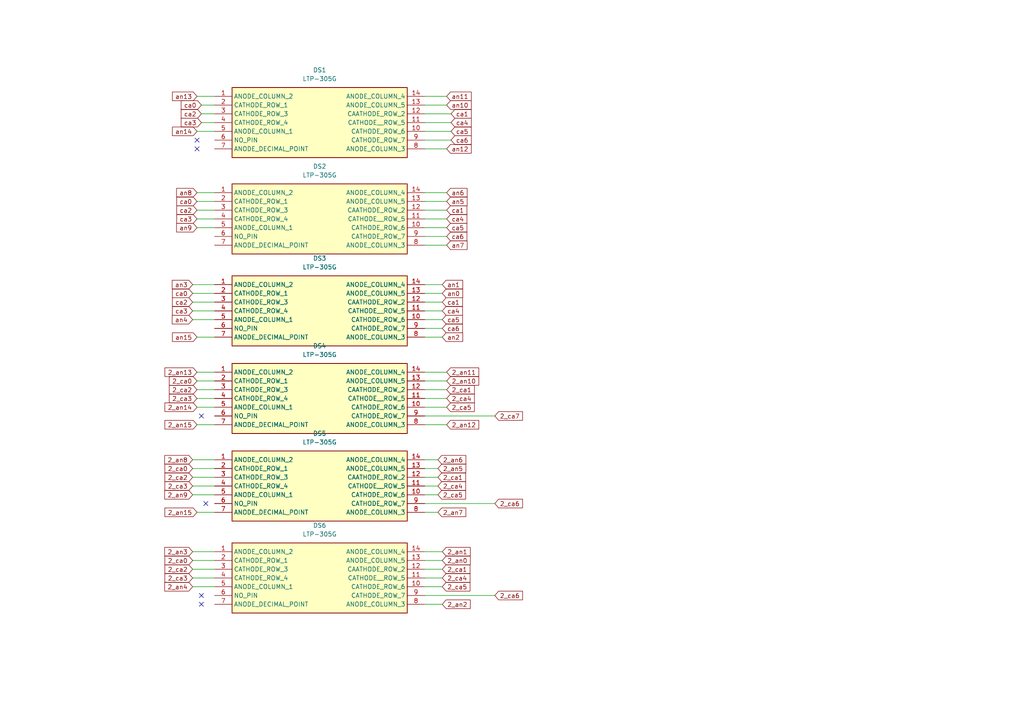
<source format=kicad_sch>
(kicad_sch (version 20230121) (generator eeschema)
  (paper "A4")
  (title_block (title "Pitanga HAT") (date "2023-10-19") (rev "2.1") (company "Andrew Tudoroi"))
  (lib_symbols
    (symbol "LTP-305G:LTP-305G"
      (property "Reference" "DS" (at 57.15 7.62 0))
      (property "Value" "LTP-305G" (at 57.15 5.08 0))
      (symbol "LTP-305G_1_1"
        (rectangle (start 5.08 2.54) (end 55.88 -17.78) (stroke (width 0.254)) (fill (type background)))
        (pin passive line (at 0 0 0) (length 5.08) (name "ANODE_COLUMN_2") (number "1"))
        (pin passive line (at 60.96 -10.16 180) (length 5.08) (name "CATHODE_ROW_6") (number "10"))
        (pin passive line (at 60.96 -7.62 180) (length 5.08) (name "CATHODE__ROW_5") (number "11"))
        (pin passive line (at 60.96 -5.08 180) (length 5.08) (name "CAATHODE_ROW_2") (number "12"))
        (pin passive line (at 60.96 -2.54 180) (length 5.08) (name "ANODE_COLUMN_5") (number "13"))
        (pin passive line (at 60.96 0 180) (length 5.08) (name "ANODE_COLUMN_4") (number "14"))
        (pin passive line (at 0 -2.54 0) (length 5.08) (name "CATHODE_ROW_1") (number "2"))
        (pin passive line (at 0 -5.08 0) (length 5.08) (name "CATHODE_ROW_3") (number "3"))
        (pin passive line (at 0 -7.62 0) (length 5.08) (name "CATHODE_ROW_4") (number "4"))
        (pin passive line (at 0 -10.16 0) (length 5.08) (name "ANODE_COLUMN_1") (number "5"))
        (pin passive line (at 0 -12.7 0) (length 5.08) (name "NO_PIN") (number "6"))
        (pin passive line (at 0 -15.24 0) (length 5.08) (name "ANODE_DECIMAL_POINT") (number "7"))
        (pin passive line (at 60.96 -15.24 180) (length 5.08) (name "ANODE_COLUMN_3") (number "8"))
        (pin passive line (at 60.96 -12.7 180) (length 5.08) (name "CATHODE_ROW_7") (number "9"))
      )
    )
  )
  (no_connect (at 57.15 40.64))
  (no_connect (at 57.15 43.18))
  (no_connect (at 59.69 146.05))
  (no_connect (at 58.42 175.26))
  (no_connect (at 58.42 172.72))
  (no_connect (at 58.42 120.65))
  (wire (pts (xy 123.19 95.25) (xy 128.27 95.25)))
  (wire (pts (xy 57.15 113.03) (xy 62.23 113.03)))
  (wire (pts (xy 123.19 87.63) (xy 128.27 87.63)))
  (wire (pts (xy 55.88 90.17) (xy 62.23 90.17)))
  (wire (pts (xy 55.88 143.51) (xy 62.23 143.51)))
  (wire (pts (xy 55.88 135.89) (xy 62.23 135.89)))
  (wire (pts (xy 123.19 107.95) (xy 129.54 107.95)))
  (wire (pts (xy 57.15 66.04) (xy 62.23 66.04)))
  (wire (pts (xy 123.19 58.42) (xy 129.54 58.42)))
  (wire (pts (xy 57.15 58.42) (xy 62.23 58.42)))
  (wire (pts (xy 123.19 133.35) (xy 127 133.35)))
  (wire (pts (xy 57.15 60.96) (xy 62.23 60.96)))
  (wire (pts (xy 123.19 27.94) (xy 129.54 27.94)))
  (wire (pts (xy 123.19 113.03) (xy 129.54 113.03)))
  (wire (pts (xy 123.19 148.59) (xy 127 148.59)))
  (wire (pts (xy 123.19 71.12) (xy 129.54 71.12)))
  (wire (pts (xy 55.88 92.71) (xy 62.23 92.71)))
  (wire (pts (xy 123.19 55.88) (xy 129.54 55.88)))
  (wire (pts (xy 55.88 140.97) (xy 62.23 140.97)))
  (wire (pts (xy 55.88 133.35) (xy 62.23 133.35)))
  (wire (pts (xy 123.19 143.51) (xy 127 143.51)))
  (wire (pts (xy 55.88 85.09) (xy 62.23 85.09)))
  (wire (pts (xy 123.19 160.02) (xy 128.27 160.02)))
  (wire (pts (xy 123.19 162.56) (xy 128.27 162.56)))
  (wire (pts (xy 123.19 92.71) (xy 128.27 92.71)))
  (wire (pts (xy 123.19 30.48) (xy 129.54 30.48)))
  (wire (pts (xy 123.19 60.96) (xy 129.54 60.96)))
  (wire (pts (xy 123.19 140.97) (xy 127 140.97)))
  (wire (pts (xy 123.19 175.26) (xy 128.27 175.26)))
  (wire (pts (xy 123.19 43.18) (xy 129.54 43.18)))
  (wire (pts (xy 123.19 170.18) (xy 128.27 170.18)))
  (wire (pts (xy 57.15 110.49) (xy 62.23 110.49)))
  (wire (pts (xy 55.88 167.64) (xy 62.23 167.64)))
  (wire (pts (xy 123.19 172.72) (xy 143.51 172.72)))
  (wire (pts (xy 123.19 63.5) (xy 129.54 63.5)))
  (wire (pts (xy 123.19 66.04) (xy 129.54 66.04)))
  (wire (pts (xy 123.19 165.1) (xy 128.27 165.1)))
  (wire (pts (xy 123.19 68.58) (xy 129.54 68.58)))
  (wire (pts (xy 123.19 115.57) (xy 129.54 115.57)))
  (wire (pts (xy 123.19 110.49) (xy 129.54 110.49)))
  (wire (pts (xy 123.19 82.55) (xy 128.27 82.55)))
  (wire (pts (xy 57.15 27.94) (xy 62.23 27.94)))
  (wire (pts (xy 58.42 30.48) (xy 62.23 30.48)))
  (wire (pts (xy 57.15 63.5) (xy 62.23 63.5)))
  (wire (pts (xy 123.19 118.11) (xy 129.54 118.11)))
  (wire (pts (xy 123.19 138.43) (xy 127 138.43)))
  (wire (pts (xy 55.88 87.63) (xy 62.23 87.63)))
  (wire (pts (xy 57.15 55.88) (xy 62.23 55.88)))
  (wire (pts (xy 123.19 85.09) (xy 128.27 85.09)))
  (wire (pts (xy 123.19 35.56) (xy 130.81 35.56)))
  (wire (pts (xy 123.19 40.64) (xy 130.81 40.64)))
  (wire (pts (xy 57.15 107.95) (xy 62.23 107.95)))
  (wire (pts (xy 123.19 97.79) (xy 128.27 97.79)))
  (wire (pts (xy 123.19 120.65) (xy 143.51 120.65)))
  (wire (pts (xy 123.19 38.1) (xy 130.81 38.1)))
  (wire (pts (xy 57.15 115.57) (xy 62.23 115.57)))
  (wire (pts (xy 58.42 33.02) (xy 62.23 33.02)))
  (wire (pts (xy 55.88 165.1) (xy 62.23 165.1)))
  (wire (pts (xy 55.88 160.02) (xy 62.23 160.02)))
  (wire (pts (xy 123.19 90.17) (xy 128.27 90.17)))
  (wire (pts (xy 57.15 123.19) (xy 62.23 123.19)))
  (wire (pts (xy 58.42 35.56) (xy 62.23 35.56)))
  (wire (pts (xy 55.88 138.43) (xy 62.23 138.43)))
  (wire (pts (xy 55.88 170.18) (xy 62.23 170.18)))
  (wire (pts (xy 57.15 148.59) (xy 62.23 148.59)))
  (wire (pts (xy 57.15 118.11) (xy 62.23 118.11)))
  (wire (pts (xy 57.15 38.1) (xy 62.23 38.1)))
  (wire (pts (xy 55.88 162.56) (xy 62.23 162.56)))
  (wire (pts (xy 123.19 135.89) (xy 127 135.89)))
  (wire (pts (xy 57.15 97.79) (xy 62.23 97.79)))
  (wire (pts (xy 123.19 33.02) (xy 130.81 33.02)))
  (wire (pts (xy 123.19 146.05) (xy 143.51 146.05)))
  (wire (pts (xy 123.19 167.64) (xy 128.27 167.64)))
  (wire (pts (xy 55.88 82.55) (xy 62.23 82.55)))
  (wire (pts (xy 123.19 123.19) (xy 129.54 123.19)))
  (global_label "2_ca3" (shape input) (at 57.15 115.57 180) (property "Intersheetrefs" "${INTERSHEET_REFS}" (effects hide)))
  (global_label "2_ca0" (shape input) (at 57.15 110.49 180) (property "Intersheetrefs" "${INTERSHEET_REFS}" (effects hide)))
  (global_label "ca4" (shape input) (at 130.81 35.56 0) (property "Intersheetrefs" "${INTERSHEET_REFS}" (effects hide)))
  (global_label "2_ca0" (shape input) (at 55.88 135.89 180) (property "Intersheetrefs" "${INTERSHEET_REFS}" (effects hide)))
  (global_label "2_an15" (shape input) (at 57.15 148.59 180) (property "Intersheetrefs" "${INTERSHEET_REFS}" (effects hide)))
  (global_label "an11" (shape input) (at 129.54 27.94 0) (property "Intersheetrefs" "${INTERSHEET_REFS}" (effects hide)))
  (global_label "2_ca3" (shape input) (at 55.88 140.97 180) (property "Intersheetrefs" "${INTERSHEET_REFS}" (effects hide)))
  (global_label "2_an2" (shape input) (at 128.27 175.26 0) (property "Intersheetrefs" "${INTERSHEET_REFS}" (effects hide)))
  (global_label "2_ca4" (shape input) (at 129.54 115.57 0) (property "Intersheetrefs" "${INTERSHEET_REFS}" (effects hide)))
  (global_label "2_ca2" (shape input) (at 57.15 113.03 180) (property "Intersheetrefs" "${INTERSHEET_REFS}" (effects hide)))
  (global_label "2_ca6" (shape input) (at 143.51 172.72 0) (property "Intersheetrefs" "${INTERSHEET_REFS}" (effects hide)))
  (global_label "an13" (shape input) (at 57.15 27.94 180) (property "Intersheetrefs" "${INTERSHEET_REFS}" (effects hide)))
  (global_label "2_an12" (shape input) (at 129.54 123.19 0) (property "Intersheetrefs" "${INTERSHEET_REFS}" (effects hide)))
  (global_label "ca2" (shape input) (at 57.15 60.96 180) (property "Intersheetrefs" "${INTERSHEET_REFS}" (effects hide)))
  (global_label "ca0" (shape input) (at 57.15 58.42 180) (property "Intersheetrefs" "${INTERSHEET_REFS}" (effects hide)))
  (global_label "an8" (shape input) (at 57.15 55.88 180) (property "Intersheetrefs" "${INTERSHEET_REFS}" (effects hide)))
  (global_label "2_ca1" (shape input) (at 129.54 113.03 0) (property "Intersheetrefs" "${INTERSHEET_REFS}" (effects hide)))
  (global_label "ca6" (shape input) (at 129.54 68.58 0) (property "Intersheetrefs" "${INTERSHEET_REFS}" (effects hide)))
  (global_label "2_an7" (shape input) (at 127 148.59 0) (property "Intersheetrefs" "${INTERSHEET_REFS}" (effects hide)))
  (global_label "ca4" (shape input) (at 128.27 90.17 0) (property "Intersheetrefs" "${INTERSHEET_REFS}" (effects hide)))
  (global_label "an12" (shape input) (at 129.54 43.18 0) (property "Intersheetrefs" "${INTERSHEET_REFS}" (effects hide)))
  (global_label "an3" (shape input) (at 55.88 82.55 180) (property "Intersheetrefs" "${INTERSHEET_REFS}" (effects hide)))
  (global_label "an2" (shape input) (at 128.27 97.79 0) (property "Intersheetrefs" "${INTERSHEET_REFS}" (effects hide)))
  (global_label "2_ca5" (shape input) (at 129.54 118.11 0) (property "Intersheetrefs" "${INTERSHEET_REFS}" (effects hide)))
  (global_label "ca5" (shape input) (at 128.27 92.71 0) (property "Intersheetrefs" "${INTERSHEET_REFS}" (effects hide)))
  (global_label "ca4" (shape input) (at 129.54 63.5 0) (property "Intersheetrefs" "${INTERSHEET_REFS}" (effects hide)))
  (global_label "2_ca4" (shape input) (at 127 140.97 0) (property "Intersheetrefs" "${INTERSHEET_REFS}" (effects hide)))
  (global_label "an4" (shape input) (at 55.88 92.71 180) (property "Intersheetrefs" "${INTERSHEET_REFS}" (effects hide)))
  (global_label "2_ca5" (shape input) (at 128.27 170.18 0) (property "Intersheetrefs" "${INTERSHEET_REFS}" (effects hide)))
  (global_label "ca3" (shape input) (at 55.88 90.17 180) (property "Intersheetrefs" "${INTERSHEET_REFS}" (effects hide)))
  (global_label "an1" (shape input) (at 128.27 82.55 0) (property "Intersheetrefs" "${INTERSHEET_REFS}" (effects hide)))
  (global_label "an7" (shape input) (at 129.54 71.12 0) (property "Intersheetrefs" "${INTERSHEET_REFS}" (effects hide)))
  (global_label "2_an13" (shape input) (at 57.15 107.95 180) (property "Intersheetrefs" "${INTERSHEET_REFS}" (effects hide)))
  (global_label "an5" (shape input) (at 129.54 58.42 0) (property "Intersheetrefs" "${INTERSHEET_REFS}" (effects hide)))
  (global_label "2_ca4" (shape input) (at 128.27 167.64 0) (property "Intersheetrefs" "${INTERSHEET_REFS}" (effects hide)))
  (global_label "2_an8" (shape input) (at 55.88 133.35 180) (property "Intersheetrefs" "${INTERSHEET_REFS}" (effects hide)))
  (global_label "2_ca7" (shape input) (at 143.51 120.65 0) (property "Intersheetrefs" "${INTERSHEET_REFS}" (effects hide)))
  (global_label "ca1" (shape input) (at 129.54 60.96 0) (property "Intersheetrefs" "${INTERSHEET_REFS}" (effects hide)))
  (global_label "2_ca3" (shape input) (at 55.88 167.64 180) (property "Intersheetrefs" "${INTERSHEET_REFS}" (effects hide)))
  (global_label "ca6" (shape input) (at 128.27 95.25 0) (property "Intersheetrefs" "${INTERSHEET_REFS}" (effects hide)))
  (global_label "2_ca0" (shape input) (at 55.88 162.56 180) (property "Intersheetrefs" "${INTERSHEET_REFS}" (effects hide)))
  (global_label "2_an10" (shape input) (at 129.54 110.49 0) (property "Intersheetrefs" "${INTERSHEET_REFS}" (effects hide)))
  (global_label "2_an15" (shape input) (at 57.15 123.19 180) (property "Intersheetrefs" "${INTERSHEET_REFS}" (effects hide)))
  (global_label "2_an0" (shape input) (at 128.27 162.56 0) (property "Intersheetrefs" "${INTERSHEET_REFS}" (effects hide)))
  (global_label "2_an5" (shape input) (at 127 135.89 0) (property "Intersheetrefs" "${INTERSHEET_REFS}" (effects hide)))
  (global_label "2_an9" (shape input) (at 55.88 143.51 180) (property "Intersheetrefs" "${INTERSHEET_REFS}" (effects hide)))
  (global_label "ca0" (shape input) (at 55.88 85.09 180) (property "Intersheetrefs" "${INTERSHEET_REFS}" (effects hide)))
  (global_label "2_an11" (shape input) (at 129.54 107.95 0) (property "Intersheetrefs" "${INTERSHEET_REFS}" (effects hide)))
  (global_label "2_an1" (shape input) (at 128.27 160.02 0) (property "Intersheetrefs" "${INTERSHEET_REFS}" (effects hide)))
  (global_label "2_ca6" (shape input) (at 143.51 146.05 0) (property "Intersheetrefs" "${INTERSHEET_REFS}" (effects hide)))
  (global_label "ca2" (shape input) (at 55.88 87.63 180) (property "Intersheetrefs" "${INTERSHEET_REFS}" (effects hide)))
  (global_label "2_ca1" (shape input) (at 127 138.43 0) (property "Intersheetrefs" "${INTERSHEET_REFS}" (effects hide)))
  (global_label "an9" (shape input) (at 57.15 66.04 180) (property "Intersheetrefs" "${INTERSHEET_REFS}" (effects hide)))
  (global_label "2_an3" (shape input) (at 55.88 160.02 180) (property "Intersheetrefs" "${INTERSHEET_REFS}" (effects hide)))
  (global_label "ca1" (shape input) (at 128.27 87.63 0) (property "Intersheetrefs" "${INTERSHEET_REFS}" (effects hide)))
  (global_label "ca3" (shape input) (at 58.42 35.56 180) (property "Intersheetrefs" "${INTERSHEET_REFS}" (effects hide)))
  (global_label "2_ca5" (shape input) (at 127 143.51 0) (property "Intersheetrefs" "${INTERSHEET_REFS}" (effects hide)))
  (global_label "2_an4" (shape input) (at 55.88 170.18 180) (property "Intersheetrefs" "${INTERSHEET_REFS}" (effects hide)))
  (global_label "ca1" (shape input) (at 130.81 33.02 0) (property "Intersheetrefs" "${INTERSHEET_REFS}" (effects hide)))
  (global_label "ca5" (shape input) (at 129.54 66.04 0) (property "Intersheetrefs" "${INTERSHEET_REFS}" (effects hide)))
  (global_label "2_ca2" (shape input) (at 55.88 165.1 180) (property "Intersheetrefs" "${INTERSHEET_REFS}" (effects hide)))
  (global_label "an15" (shape input) (at 57.15 97.79 180) (property "Intersheetrefs" "${INTERSHEET_REFS}" (effects hide)))
  (global_label "ca2" (shape input) (at 58.42 33.02 180) (property "Intersheetrefs" "${INTERSHEET_REFS}" (effects hide)))
  (global_label "an6" (shape input) (at 129.54 55.88 0) (property "Intersheetrefs" "${INTERSHEET_REFS}" (effects hide)))
  (global_label "an14" (shape input) (at 57.15 38.1 180) (property "Intersheetrefs" "${INTERSHEET_REFS}" (effects hide)))
  (global_label "ca3" (shape input) (at 57.15 63.5 180) (property "Intersheetrefs" "${INTERSHEET_REFS}" (effects hide)))
  (global_label "an10" (shape input) (at 129.54 30.48 0) (property "Intersheetrefs" "${INTERSHEET_REFS}" (effects hide)))
  (global_label "ca5" (shape input) (at 130.81 38.1 0) (property "Intersheetrefs" "${INTERSHEET_REFS}" (effects hide)))
  (global_label "2_an14" (shape input) (at 57.15 118.11 180) (property "Intersheetrefs" "${INTERSHEET_REFS}" (effects hide)))
  (global_label "2_an6" (shape input) (at 127 133.35 0) (property "Intersheetrefs" "${INTERSHEET_REFS}" (effects hide)))
  (global_label "2_ca1" (shape input) (at 128.27 165.1 0) (property "Intersheetrefs" "${INTERSHEET_REFS}" (effects hide)))
  (global_label "2_ca2" (shape input) (at 55.88 138.43 180) (property "Intersheetrefs" "${INTERSHEET_REFS}" (effects hide)))
  (global_label "ca0" (shape input) (at 58.42 30.48 180) (property "Intersheetrefs" "${INTERSHEET_REFS}" (effects hide)))
  (global_label "an0" (shape input) (at 128.27 85.09 0) (property "Intersheetrefs" "${INTERSHEET_REFS}" (effects hide)))
  (global_label "ca6" (shape input) (at 130.81 40.64 0) (property "Intersheetrefs" "${INTERSHEET_REFS}" (effects hide)))
  (symbol (lib_id "LTP-305G:LTP-305G") (at 62.23 27.94 0) (unit 1)
    (property "Reference" "DS1" (at 92.71 20.32 0))
    (property "Value" "LTP-305G" (at 92.71 22.86 0))
    (property "Footprint" "LTP-305G:DIPS762W50P254L1850H400Q14N" (effects hide))
    (property "Datasheet" "https://media.digikey.com/pdf/Data%20Sheets/Lite-On%20PDFs/LTP-305G.pdf" (effects hide))
    (property "Height" "4" (effects hide))
    (property "Manufacturer_Name" "Lite-On" (effects hide))
    (property "Manufacturer_Part_Number" "LTP-305G" (effects hide))
    (property "Mouser Part Number" "859-LTP-305G" (effects hide))
    (property "Mouser Price/Stock" "https://www.mouser.co.uk/ProductDetail/Lite-On/LTP-305G?qs=gnaPJ2cis70tTyscg55DVQ%3D%3D" (effects hide))
    (property "Arrow Part Number" "LTP-305G" (effects hide))
    (property "Arrow Price/Stock" "https://www.arrow.com/en/products/ltp-305g/lite-on-technology?region=nac" (effects hide))
  )
  (symbol (lib_id "LTP-305G:LTP-305G") (at 62.23 82.55 0) (unit 1)
    (property "Reference" "DS3" (at 92.71 74.93 0))
    (property "Value" "LTP-305G" (at 92.71 77.47 0))
    (property "Footprint" "LTP-305G:DIPS762W50P254L1850H400Q14N" (effects hide))
    (property "Datasheet" "https://media.digikey.com/pdf/Data%20Sheets/Lite-On%20PDFs/LTP-305G.pdf" (effects hide))
    (property "Height" "4" (effects hide))
    (property "Manufacturer_Name" "Lite-On" (effects hide))
    (property "Manufacturer_Part_Number" "LTP-305G" (effects hide))
    (property "Mouser Part Number" "859-LTP-305G" (effects hide))
    (property "Mouser Price/Stock" "https://www.mouser.co.uk/ProductDetail/Lite-On/LTP-305G?qs=gnaPJ2cis70tTyscg55DVQ%3D%3D" (effects hide))
    (property "Arrow Part Number" "LTP-305G" (effects hide))
    (property "Arrow Price/Stock" "https://www.arrow.com/en/products/ltp-305g/lite-on-technology?region=nac" (effects hide))
  )
  (symbol (lib_id "LTP-305G:LTP-305G") (at 62.23 160.02 0) (unit 1)
    (property "Reference" "DS6" (at 92.71 152.4 0))
    (property "Value" "LTP-305G" (at 92.71 154.94 0))
    (property "Footprint" "LTP-305G:DIPS762W50P254L1850H400Q14N" (effects hide))
    (property "Datasheet" "https://media.digikey.com/pdf/Data%20Sheets/Lite-On%20PDFs/LTP-305G.pdf" (effects hide))
    (property "Height" "4" (effects hide))
    (property "Manufacturer_Name" "Lite-On" (effects hide))
    (property "Manufacturer_Part_Number" "LTP-305G" (effects hide))
    (property "Mouser Part Number" "859-LTP-305G" (effects hide))
    (property "Mouser Price/Stock" "https://www.mouser.co.uk/ProductDetail/Lite-On/LTP-305G?qs=gnaPJ2cis70tTyscg55DVQ%3D%3D" (effects hide))
    (property "Arrow Part Number" "LTP-305G" (effects hide))
    (property "Arrow Price/Stock" "https://www.arrow.com/en/products/ltp-305g/lite-on-technology?region=nac" (effects hide))
  )
  (symbol (lib_id "LTP-305G:LTP-305G") (at 62.23 107.95 0) (unit 1)
    (property "Reference" "DS4" (at 92.71 100.33 0))
    (property "Value" "LTP-305G" (at 92.71 102.87 0))
    (property "Footprint" "LTP-305G:DIPS762W50P254L1850H400Q14N" (effects hide))
    (property "Datasheet" "https://media.digikey.com/pdf/Data%20Sheets/Lite-On%20PDFs/LTP-305G.pdf" (effects hide))
    (property "Height" "4" (effects hide))
    (property "Manufacturer_Name" "Lite-On" (effects hide))
    (property "Manufacturer_Part_Number" "LTP-305G" (effects hide))
    (property "Mouser Part Number" "859-LTP-305G" (effects hide))
    (property "Mouser Price/Stock" "https://www.mouser.co.uk/ProductDetail/Lite-On/LTP-305G?qs=gnaPJ2cis70tTyscg55DVQ%3D%3D" (effects hide))
    (property "Arrow Part Number" "LTP-305G" (effects hide))
    (property "Arrow Price/Stock" "https://www.arrow.com/en/products/ltp-305g/lite-on-technology?region=nac" (effects hide))
  )
  (symbol (lib_id "LTP-305G:LTP-305G") (at 62.23 133.35 0) (unit 1)
    (property "Reference" "DS5" (at 92.71 125.73 0))
    (property "Value" "LTP-305G" (at 92.71 128.27 0))
    (property "Footprint" "LTP-305G:DIPS762W50P254L1850H400Q14N" (effects hide))
    (property "Datasheet" "https://media.digikey.com/pdf/Data%20Sheets/Lite-On%20PDFs/LTP-305G.pdf" (effects hide))
    (property "Height" "4" (effects hide))
    (property "Manufacturer_Name" "Lite-On" (effects hide))
    (property "Manufacturer_Part_Number" "LTP-305G" (effects hide))
    (property "Mouser Part Number" "859-LTP-305G" (effects hide))
    (property "Mouser Price/Stock" "https://www.mouser.co.uk/ProductDetail/Lite-On/LTP-305G?qs=gnaPJ2cis70tTyscg55DVQ%3D%3D" (effects hide))
    (property "Arrow Part Number" "LTP-305G" (effects hide))
    (property "Arrow Price/Stock" "https://www.arrow.com/en/products/ltp-305g/lite-on-technology?region=nac" (effects hide))
  )
  (symbol (lib_id "LTP-305G:LTP-305G") (at 62.23 55.88 0) (unit 1)
    (property "Reference" "DS2" (at 92.71 48.26 0))
    (property "Value" "LTP-305G" (at 92.71 50.8 0))
    (property "Footprint" "LTP-305G:DIPS762W50P254L1850H400Q14N" (effects hide))
    (property "Datasheet" "https://media.digikey.com/pdf/Data%20Sheets/Lite-On%20PDFs/LTP-305G.pdf" (effects hide))
    (property "Height" "4" (effects hide))
    (property "Manufacturer_Name" "Lite-On" (effects hide))
    (property "Manufacturer_Part_Number" "LTP-305G" (effects hide))
    (property "Mouser Part Number" "859-LTP-305G" (effects hide))
    (property "Mouser Price/Stock" "https://www.mouser.co.uk/ProductDetail/Lite-On/LTP-305G?qs=gnaPJ2cis70tTyscg55DVQ%3D%3D" (effects hide))
    (property "Arrow Part Number" "LTP-305G" (effects hide))
    (property "Arrow Price/Stock" "https://www.arrow.com/en/products/ltp-305g/lite-on-technology?region=nac" (effects hide))
  )
)
</source>
